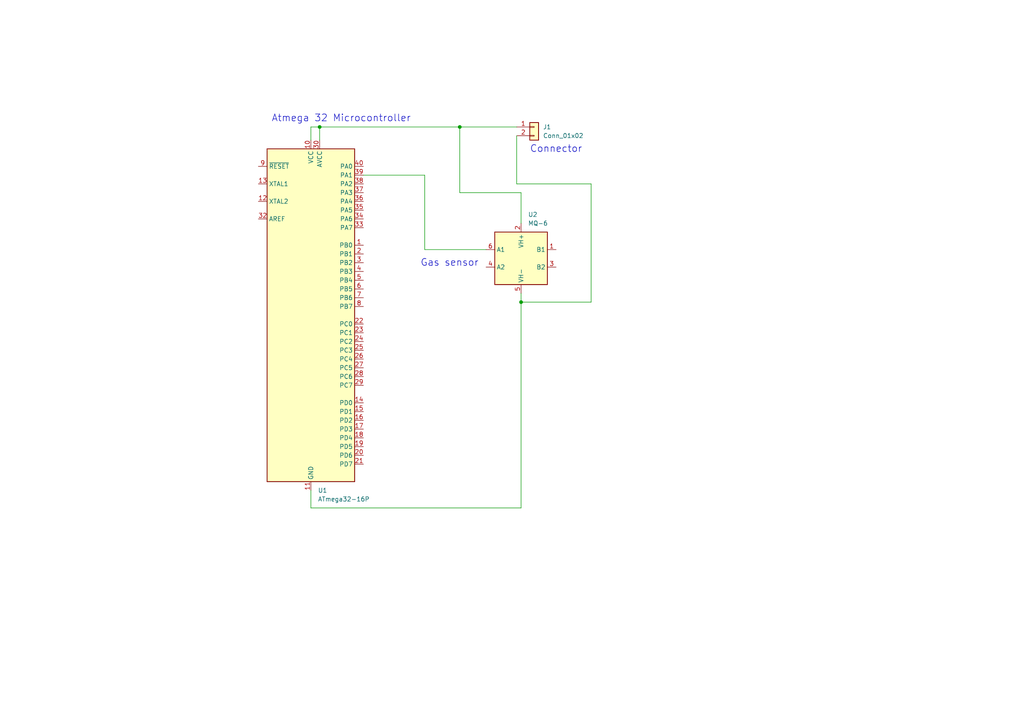
<source format=kicad_sch>
(kicad_sch (version 20211123) (generator eeschema)

  (uuid a4129081-0a68-4f6a-8330-10d6fb926e41)

  (paper "A4")

  (title_block
    (title "Gas sensor")
  )

  (lib_symbols
    (symbol "Connector_Generic:Conn_01x02" (pin_names (offset 1.016) hide) (in_bom yes) (on_board yes)
      (property "Reference" "J" (id 0) (at 0 2.54 0)
        (effects (font (size 1.27 1.27)))
      )
      (property "Value" "Conn_01x02" (id 1) (at 0 -5.08 0)
        (effects (font (size 1.27 1.27)))
      )
      (property "Footprint" "" (id 2) (at 0 0 0)
        (effects (font (size 1.27 1.27)) hide)
      )
      (property "Datasheet" "~" (id 3) (at 0 0 0)
        (effects (font (size 1.27 1.27)) hide)
      )
      (property "ki_keywords" "connector" (id 4) (at 0 0 0)
        (effects (font (size 1.27 1.27)) hide)
      )
      (property "ki_description" "Generic connector, single row, 01x02, script generated (kicad-library-utils/schlib/autogen/connector/)" (id 5) (at 0 0 0)
        (effects (font (size 1.27 1.27)) hide)
      )
      (property "ki_fp_filters" "Connector*:*_1x??_*" (id 6) (at 0 0 0)
        (effects (font (size 1.27 1.27)) hide)
      )
      (symbol "Conn_01x02_1_1"
        (rectangle (start -1.27 -2.413) (end 0 -2.667)
          (stroke (width 0.1524) (type default) (color 0 0 0 0))
          (fill (type none))
        )
        (rectangle (start -1.27 0.127) (end 0 -0.127)
          (stroke (width 0.1524) (type default) (color 0 0 0 0))
          (fill (type none))
        )
        (rectangle (start -1.27 1.27) (end 1.27 -3.81)
          (stroke (width 0.254) (type default) (color 0 0 0 0))
          (fill (type background))
        )
        (pin passive line (at -5.08 0 0) (length 3.81)
          (name "Pin_1" (effects (font (size 1.27 1.27))))
          (number "1" (effects (font (size 1.27 1.27))))
        )
        (pin passive line (at -5.08 -2.54 0) (length 3.81)
          (name "Pin_2" (effects (font (size 1.27 1.27))))
          (number "2" (effects (font (size 1.27 1.27))))
        )
      )
    )
    (symbol "MCU_Microchip_ATmega:ATmega32-16P" (in_bom yes) (on_board yes)
      (property "Reference" "U" (id 0) (at -12.7 49.53 0)
        (effects (font (size 1.27 1.27)) (justify left bottom))
      )
      (property "Value" "ATmega32-16P" (id 1) (at 2.54 -49.53 0)
        (effects (font (size 1.27 1.27)) (justify left top))
      )
      (property "Footprint" "Package_DIP:DIP-40_W15.24mm" (id 2) (at 0 0 0)
        (effects (font (size 1.27 1.27) italic) hide)
      )
      (property "Datasheet" "http://ww1.microchip.com/downloads/en/DeviceDoc/doc2503.pdf" (id 3) (at 0 0 0)
        (effects (font (size 1.27 1.27)) hide)
      )
      (property "ki_keywords" "AVR 8bit Microcontroller MegaAVR" (id 4) (at 0 0 0)
        (effects (font (size 1.27 1.27)) hide)
      )
      (property "ki_description" "16MHz, 32kB Flash, 2kB SRAM, 1kB EEPROM, JTAG, DIP-40" (id 5) (at 0 0 0)
        (effects (font (size 1.27 1.27)) hide)
      )
      (property "ki_fp_filters" "DIP*W15.24mm*" (id 6) (at 0 0 0)
        (effects (font (size 1.27 1.27)) hide)
      )
      (symbol "ATmega32-16P_0_1"
        (rectangle (start -12.7 -48.26) (end 12.7 48.26)
          (stroke (width 0.254) (type default) (color 0 0 0 0))
          (fill (type background))
        )
      )
      (symbol "ATmega32-16P_1_1"
        (pin bidirectional line (at 15.24 20.32 180) (length 2.54)
          (name "PB0" (effects (font (size 1.27 1.27))))
          (number "1" (effects (font (size 1.27 1.27))))
        )
        (pin power_in line (at 0 50.8 270) (length 2.54)
          (name "VCC" (effects (font (size 1.27 1.27))))
          (number "10" (effects (font (size 1.27 1.27))))
        )
        (pin power_in line (at 0 -50.8 90) (length 2.54)
          (name "GND" (effects (font (size 1.27 1.27))))
          (number "11" (effects (font (size 1.27 1.27))))
        )
        (pin output line (at -15.24 33.02 0) (length 2.54)
          (name "XTAL2" (effects (font (size 1.27 1.27))))
          (number "12" (effects (font (size 1.27 1.27))))
        )
        (pin input line (at -15.24 38.1 0) (length 2.54)
          (name "XTAL1" (effects (font (size 1.27 1.27))))
          (number "13" (effects (font (size 1.27 1.27))))
        )
        (pin bidirectional line (at 15.24 -25.4 180) (length 2.54)
          (name "PD0" (effects (font (size 1.27 1.27))))
          (number "14" (effects (font (size 1.27 1.27))))
        )
        (pin bidirectional line (at 15.24 -27.94 180) (length 2.54)
          (name "PD1" (effects (font (size 1.27 1.27))))
          (number "15" (effects (font (size 1.27 1.27))))
        )
        (pin bidirectional line (at 15.24 -30.48 180) (length 2.54)
          (name "PD2" (effects (font (size 1.27 1.27))))
          (number "16" (effects (font (size 1.27 1.27))))
        )
        (pin bidirectional line (at 15.24 -33.02 180) (length 2.54)
          (name "PD3" (effects (font (size 1.27 1.27))))
          (number "17" (effects (font (size 1.27 1.27))))
        )
        (pin bidirectional line (at 15.24 -35.56 180) (length 2.54)
          (name "PD4" (effects (font (size 1.27 1.27))))
          (number "18" (effects (font (size 1.27 1.27))))
        )
        (pin bidirectional line (at 15.24 -38.1 180) (length 2.54)
          (name "PD5" (effects (font (size 1.27 1.27))))
          (number "19" (effects (font (size 1.27 1.27))))
        )
        (pin bidirectional line (at 15.24 17.78 180) (length 2.54)
          (name "PB1" (effects (font (size 1.27 1.27))))
          (number "2" (effects (font (size 1.27 1.27))))
        )
        (pin bidirectional line (at 15.24 -40.64 180) (length 2.54)
          (name "PD6" (effects (font (size 1.27 1.27))))
          (number "20" (effects (font (size 1.27 1.27))))
        )
        (pin bidirectional line (at 15.24 -43.18 180) (length 2.54)
          (name "PD7" (effects (font (size 1.27 1.27))))
          (number "21" (effects (font (size 1.27 1.27))))
        )
        (pin bidirectional line (at 15.24 -2.54 180) (length 2.54)
          (name "PC0" (effects (font (size 1.27 1.27))))
          (number "22" (effects (font (size 1.27 1.27))))
        )
        (pin bidirectional line (at 15.24 -5.08 180) (length 2.54)
          (name "PC1" (effects (font (size 1.27 1.27))))
          (number "23" (effects (font (size 1.27 1.27))))
        )
        (pin bidirectional line (at 15.24 -7.62 180) (length 2.54)
          (name "PC2" (effects (font (size 1.27 1.27))))
          (number "24" (effects (font (size 1.27 1.27))))
        )
        (pin bidirectional line (at 15.24 -10.16 180) (length 2.54)
          (name "PC3" (effects (font (size 1.27 1.27))))
          (number "25" (effects (font (size 1.27 1.27))))
        )
        (pin bidirectional line (at 15.24 -12.7 180) (length 2.54)
          (name "PC4" (effects (font (size 1.27 1.27))))
          (number "26" (effects (font (size 1.27 1.27))))
        )
        (pin bidirectional line (at 15.24 -15.24 180) (length 2.54)
          (name "PC5" (effects (font (size 1.27 1.27))))
          (number "27" (effects (font (size 1.27 1.27))))
        )
        (pin bidirectional line (at 15.24 -17.78 180) (length 2.54)
          (name "PC6" (effects (font (size 1.27 1.27))))
          (number "28" (effects (font (size 1.27 1.27))))
        )
        (pin bidirectional line (at 15.24 -20.32 180) (length 2.54)
          (name "PC7" (effects (font (size 1.27 1.27))))
          (number "29" (effects (font (size 1.27 1.27))))
        )
        (pin bidirectional line (at 15.24 15.24 180) (length 2.54)
          (name "PB2" (effects (font (size 1.27 1.27))))
          (number "3" (effects (font (size 1.27 1.27))))
        )
        (pin power_in line (at 2.54 50.8 270) (length 2.54)
          (name "AVCC" (effects (font (size 1.27 1.27))))
          (number "30" (effects (font (size 1.27 1.27))))
        )
        (pin passive line (at 0 -50.8 90) (length 2.54) hide
          (name "GND" (effects (font (size 1.27 1.27))))
          (number "31" (effects (font (size 1.27 1.27))))
        )
        (pin passive line (at -15.24 27.94 0) (length 2.54)
          (name "AREF" (effects (font (size 1.27 1.27))))
          (number "32" (effects (font (size 1.27 1.27))))
        )
        (pin bidirectional line (at 15.24 25.4 180) (length 2.54)
          (name "PA7" (effects (font (size 1.27 1.27))))
          (number "33" (effects (font (size 1.27 1.27))))
        )
        (pin bidirectional line (at 15.24 27.94 180) (length 2.54)
          (name "PA6" (effects (font (size 1.27 1.27))))
          (number "34" (effects (font (size 1.27 1.27))))
        )
        (pin bidirectional line (at 15.24 30.48 180) (length 2.54)
          (name "PA5" (effects (font (size 1.27 1.27))))
          (number "35" (effects (font (size 1.27 1.27))))
        )
        (pin bidirectional line (at 15.24 33.02 180) (length 2.54)
          (name "PA4" (effects (font (size 1.27 1.27))))
          (number "36" (effects (font (size 1.27 1.27))))
        )
        (pin bidirectional line (at 15.24 35.56 180) (length 2.54)
          (name "PA3" (effects (font (size 1.27 1.27))))
          (number "37" (effects (font (size 1.27 1.27))))
        )
        (pin bidirectional line (at 15.24 38.1 180) (length 2.54)
          (name "PA2" (effects (font (size 1.27 1.27))))
          (number "38" (effects (font (size 1.27 1.27))))
        )
        (pin bidirectional line (at 15.24 40.64 180) (length 2.54)
          (name "PA1" (effects (font (size 1.27 1.27))))
          (number "39" (effects (font (size 1.27 1.27))))
        )
        (pin bidirectional line (at 15.24 12.7 180) (length 2.54)
          (name "PB3" (effects (font (size 1.27 1.27))))
          (number "4" (effects (font (size 1.27 1.27))))
        )
        (pin bidirectional line (at 15.24 43.18 180) (length 2.54)
          (name "PA0" (effects (font (size 1.27 1.27))))
          (number "40" (effects (font (size 1.27 1.27))))
        )
        (pin bidirectional line (at 15.24 10.16 180) (length 2.54)
          (name "PB4" (effects (font (size 1.27 1.27))))
          (number "5" (effects (font (size 1.27 1.27))))
        )
        (pin bidirectional line (at 15.24 7.62 180) (length 2.54)
          (name "PB5" (effects (font (size 1.27 1.27))))
          (number "6" (effects (font (size 1.27 1.27))))
        )
        (pin bidirectional line (at 15.24 5.08 180) (length 2.54)
          (name "PB6" (effects (font (size 1.27 1.27))))
          (number "7" (effects (font (size 1.27 1.27))))
        )
        (pin bidirectional line (at 15.24 2.54 180) (length 2.54)
          (name "PB7" (effects (font (size 1.27 1.27))))
          (number "8" (effects (font (size 1.27 1.27))))
        )
        (pin input line (at -15.24 43.18 0) (length 2.54)
          (name "~{RESET}" (effects (font (size 1.27 1.27))))
          (number "9" (effects (font (size 1.27 1.27))))
        )
      )
    )
    (symbol "Sensor_Gas:MQ-6" (in_bom yes) (on_board yes)
      (property "Reference" "U" (id 0) (at -6.35 8.89 0)
        (effects (font (size 1.27 1.27)))
      )
      (property "Value" "MQ-6" (id 1) (at 3.81 8.89 0)
        (effects (font (size 1.27 1.27)))
      )
      (property "Footprint" "Sensor:MQ-6" (id 2) (at 1.27 -11.43 0)
        (effects (font (size 1.27 1.27)) hide)
      )
      (property "Datasheet" "https://www.winsen-sensor.com/d/files/semiconductor/mq-6.pdf" (id 3) (at 0 6.35 0)
        (effects (font (size 1.27 1.27)) hide)
      )
      (property "ki_keywords" "flammable gas sensor LPG" (id 4) (at 0 0 0)
        (effects (font (size 1.27 1.27)) hide)
      )
      (property "ki_description" "Semiconductor Sensor for Flammable Gas" (id 5) (at 0 0 0)
        (effects (font (size 1.27 1.27)) hide)
      )
      (property "ki_fp_filters" "*MQ*6*" (id 6) (at 0 0 0)
        (effects (font (size 1.27 1.27)) hide)
      )
      (symbol "MQ-6_0_1"
        (rectangle (start -7.62 7.62) (end 7.62 -7.62)
          (stroke (width 0.254) (type default) (color 0 0 0 0))
          (fill (type background))
        )
      )
      (symbol "MQ-6_1_1"
        (pin passive line (at 10.16 2.54 180) (length 2.54)
          (name "B1" (effects (font (size 1.27 1.27))))
          (number "1" (effects (font (size 1.27 1.27))))
        )
        (pin power_in line (at 0 10.16 270) (length 2.54)
          (name "VH+" (effects (font (size 1.27 1.27))))
          (number "2" (effects (font (size 1.27 1.27))))
        )
        (pin passive line (at 10.16 -2.54 180) (length 2.54)
          (name "B2" (effects (font (size 1.27 1.27))))
          (number "3" (effects (font (size 1.27 1.27))))
        )
        (pin passive line (at -10.16 -2.54 0) (length 2.54)
          (name "A2" (effects (font (size 1.27 1.27))))
          (number "4" (effects (font (size 1.27 1.27))))
        )
        (pin power_in line (at 0 -10.16 90) (length 2.54)
          (name "VH-" (effects (font (size 1.27 1.27))))
          (number "5" (effects (font (size 1.27 1.27))))
        )
        (pin passive line (at -10.16 2.54 0) (length 2.54)
          (name "A1" (effects (font (size 1.27 1.27))))
          (number "6" (effects (font (size 1.27 1.27))))
        )
      )
    )
  )

  (junction (at 133.35 36.83) (diameter 0) (color 0 0 0 0)
    (uuid 191debc5-934b-4c72-b0d4-e3bdb9a27aba)
  )
  (junction (at 151.13 87.63) (diameter 0) (color 0 0 0 0)
    (uuid 26b732fe-9de6-4e5d-a98b-9de0486eb39e)
  )
  (junction (at 92.71 36.83) (diameter 0) (color 0 0 0 0)
    (uuid 660b2543-4270-4449-a104-af084bcd9ce9)
  )

  (wire (pts (xy 149.86 53.34) (xy 171.45 53.34))
    (stroke (width 0) (type default) (color 0 0 0 0))
    (uuid 05df709e-03f2-4e62-8aeb-f214ec7b00e9)
  )
  (wire (pts (xy 90.17 147.32) (xy 90.17 142.24))
    (stroke (width 0) (type default) (color 0 0 0 0))
    (uuid 1052ab66-b4ef-43f5-a93d-5886c132376c)
  )
  (wire (pts (xy 133.35 36.83) (xy 133.35 55.88))
    (stroke (width 0) (type default) (color 0 0 0 0))
    (uuid 271debd5-cfce-4b6d-94af-f837c77a3d6b)
  )
  (wire (pts (xy 90.17 36.83) (xy 90.17 40.64))
    (stroke (width 0) (type default) (color 0 0 0 0))
    (uuid 2808711d-347e-4885-be20-9386dd81ea0f)
  )
  (wire (pts (xy 151.13 147.32) (xy 90.17 147.32))
    (stroke (width 0) (type default) (color 0 0 0 0))
    (uuid 4efa42e6-7691-4926-858d-8ff27bbbdb62)
  )
  (wire (pts (xy 149.86 39.37) (xy 149.86 53.34))
    (stroke (width 0) (type default) (color 0 0 0 0))
    (uuid 4fff09dc-2205-427c-a587-fb76837cfb75)
  )
  (wire (pts (xy 149.86 36.83) (xy 133.35 36.83))
    (stroke (width 0) (type default) (color 0 0 0 0))
    (uuid 5402aaa1-798e-4494-9c27-0b458aacafef)
  )
  (wire (pts (xy 92.71 36.83) (xy 90.17 36.83))
    (stroke (width 0) (type default) (color 0 0 0 0))
    (uuid 7ba8f6ac-5abf-469a-b0c3-3068197cd719)
  )
  (wire (pts (xy 92.71 36.83) (xy 92.71 40.64))
    (stroke (width 0) (type default) (color 0 0 0 0))
    (uuid 94e5aa5d-5ba5-4b9e-8023-cb6ceba9057f)
  )
  (wire (pts (xy 133.35 36.83) (xy 92.71 36.83))
    (stroke (width 0) (type default) (color 0 0 0 0))
    (uuid 96ae643d-841e-4181-b5ec-aea1d2c7ebeb)
  )
  (wire (pts (xy 151.13 87.63) (xy 151.13 147.32))
    (stroke (width 0) (type default) (color 0 0 0 0))
    (uuid 9c1db02d-bb0d-4dae-a416-235dab5c7a97)
  )
  (wire (pts (xy 133.35 55.88) (xy 151.13 55.88))
    (stroke (width 0) (type default) (color 0 0 0 0))
    (uuid 9ebbe320-d010-42ed-83b8-fe4196a83478)
  )
  (wire (pts (xy 171.45 87.63) (xy 151.13 87.63))
    (stroke (width 0) (type default) (color 0 0 0 0))
    (uuid a73f9e3e-1f70-4fa4-afc1-df0bd94c1bfa)
  )
  (wire (pts (xy 151.13 85.09) (xy 151.13 87.63))
    (stroke (width 0) (type default) (color 0 0 0 0))
    (uuid aad1f759-d60a-4eda-9f1a-e49ba106d426)
  )
  (wire (pts (xy 123.19 50.8) (xy 105.41 50.8))
    (stroke (width 0) (type default) (color 0 0 0 0))
    (uuid b73bcc42-6fed-4e43-918c-37d30ac31e4b)
  )
  (wire (pts (xy 171.45 53.34) (xy 171.45 87.63))
    (stroke (width 0) (type default) (color 0 0 0 0))
    (uuid be248755-e278-4097-8263-9f5561eed888)
  )
  (wire (pts (xy 151.13 55.88) (xy 151.13 64.77))
    (stroke (width 0) (type default) (color 0 0 0 0))
    (uuid be61b17b-c2e5-4da1-b6f7-e7b4ce67ea36)
  )
  (wire (pts (xy 123.19 72.39) (xy 123.19 50.8))
    (stroke (width 0) (type default) (color 0 0 0 0))
    (uuid cbdc5ab6-0acc-42d0-9e8a-932fd0c2c666)
  )
  (wire (pts (xy 140.97 72.39) (xy 123.19 72.39))
    (stroke (width 0) (type default) (color 0 0 0 0))
    (uuid e5706133-3443-4d3f-8578-947c6bfee6c0)
  )

  (text "Gas sensor" (at 121.92 77.47 0)
    (effects (font (size 2 2)) (justify left bottom))
    (uuid 8b6b5479-a0ee-4276-ba6c-823ad5d6d6f4)
  )
  (text "Atmega 32 Microcontroller" (at 78.74 35.56 0)
    (effects (font (size 2 2)) (justify left bottom))
    (uuid b46f8779-7dc1-43bf-8a95-405be31eb786)
  )
  (text "Connector" (at 153.67 44.45 0)
    (effects (font (size 2 2)) (justify left bottom))
    (uuid c0d6128b-3797-4689-bf76-7a57d7de422b)
  )

  (symbol (lib_id "Connector_Generic:Conn_01x02") (at 154.94 36.83 0) (unit 1)
    (in_bom yes) (on_board yes) (fields_autoplaced)
    (uuid 936dcc8d-0103-4d4f-9a5d-c386f7fe79ce)
    (property "Reference" "J1" (id 0) (at 157.48 36.8299 0)
      (effects (font (size 1.27 1.27)) (justify left))
    )
    (property "Value" "Conn_01x02" (id 1) (at 157.48 39.3699 0)
      (effects (font (size 1.27 1.27)) (justify left))
    )
    (property "Footprint" "Connector_PinHeader_2.54mm:PinHeader_1x03_P2.54mm_Vertical" (id 2) (at 154.94 36.83 0)
      (effects (font (size 1.27 1.27)) hide)
    )
    (property "Datasheet" "~" (id 3) (at 154.94 36.83 0)
      (effects (font (size 1.27 1.27)) hide)
    )
    (pin "1" (uuid e61c8640-9a96-4729-a83d-e3e983921ef7))
    (pin "2" (uuid 3f3c7726-3756-43c6-994e-5b6b015c1053))
  )

  (symbol (lib_id "MCU_Microchip_ATmega:ATmega32-16P") (at 90.17 91.44 0) (unit 1)
    (in_bom yes) (on_board yes) (fields_autoplaced)
    (uuid 9e1d4335-9160-4303-ab3a-fca9c4d83461)
    (property "Reference" "U1" (id 0) (at 92.1894 142.24 0)
      (effects (font (size 1.27 1.27)) (justify left))
    )
    (property "Value" "ATmega32-16P" (id 1) (at 92.1894 144.78 0)
      (effects (font (size 1.27 1.27)) (justify left))
    )
    (property "Footprint" "Package_DIP:DIP-40_W15.24mm" (id 2) (at 90.17 91.44 0)
      (effects (font (size 1.27 1.27) italic) hide)
    )
    (property "Datasheet" "http://ww1.microchip.com/downloads/en/DeviceDoc/doc2503.pdf" (id 3) (at 90.17 91.44 0)
      (effects (font (size 1.27 1.27)) hide)
    )
    (pin "1" (uuid c5d53c6b-57ef-4bc1-af6a-a0d71a45b26a))
    (pin "10" (uuid 8a2f1612-f69d-409c-a81c-86f7b8e0ce06))
    (pin "11" (uuid 7653dd10-1bc3-49a3-8a91-32db4d12fdd8))
    (pin "12" (uuid 0aeb08cf-a2f3-4088-994d-8740e8e258d9))
    (pin "13" (uuid 6d06861c-a044-4bc6-a20d-032fbaa39466))
    (pin "14" (uuid db6512b3-5fde-4bd4-bd08-6a6a3b4bed75))
    (pin "15" (uuid 361d3cd9-c10b-4a2c-9d16-41a122b9df9c))
    (pin "16" (uuid b143aa8d-e799-422c-8052-aa5716630f2b))
    (pin "17" (uuid c4c89eb2-5408-49e5-a4a5-1734ed7d986c))
    (pin "18" (uuid 84177001-90a3-42f7-b82c-23a068d43d99))
    (pin "19" (uuid 8409bf60-bafd-4605-9a33-f89333dc7204))
    (pin "2" (uuid a9173787-b4a8-4335-a605-e90717367cd7))
    (pin "20" (uuid 32a2dfbe-2ded-4e54-9b10-42da27f11516))
    (pin "21" (uuid 832ee962-5dc6-49df-acc4-4087ec2c3ad8))
    (pin "22" (uuid 6ff5f246-7bfe-42cf-abe2-ea18aefa1b78))
    (pin "23" (uuid 66e9cec8-2d8f-4548-89ed-db66a1d08682))
    (pin "24" (uuid d96d0a80-42e0-4498-93f1-c8954a894781))
    (pin "25" (uuid b2f4df24-e9a6-4cfe-b0b3-b898163d57d1))
    (pin "26" (uuid d262afec-200d-4c55-8963-778f1a7658c2))
    (pin "27" (uuid 2e1a4598-785a-4ae9-ab54-195da61c9670))
    (pin "28" (uuid f01794f6-4207-41fa-811e-744f6d6c6c6b))
    (pin "29" (uuid 4245dbe7-3d59-415f-8dfd-2176906ac191))
    (pin "3" (uuid 9677ce45-7315-41bb-8604-4a2545462194))
    (pin "30" (uuid b0880f15-b746-4f07-90ff-7f076e9b21f1))
    (pin "31" (uuid 141b2eab-2777-4137-bf0c-612ce4e26876))
    (pin "32" (uuid 32facc62-3ea9-41ec-957a-29ed0a132872))
    (pin "33" (uuid 6795dedf-e269-4c01-b51c-5722fc2d16dd))
    (pin "34" (uuid 173803b3-9d94-44b7-80e9-92598e1347c3))
    (pin "35" (uuid 2d249ff3-74b3-4a80-8937-644ec27d361a))
    (pin "36" (uuid eb6fd906-7a7c-46b3-8821-4eb372aa7510))
    (pin "37" (uuid e9e84540-4313-45ae-b848-4dc56cdf039c))
    (pin "38" (uuid 96b8aa32-7d23-4028-9c84-5a05592a9ce9))
    (pin "39" (uuid 4de244e1-911e-485c-8984-9802e0549aef))
    (pin "4" (uuid f5aa7528-7a18-4495-af01-26180e210f6d))
    (pin "40" (uuid 4c508eea-39b1-42e2-8b4c-9479a84428f8))
    (pin "5" (uuid 8405ec9f-e60b-43d2-ada7-60d98f7f3b9b))
    (pin "6" (uuid 9d6c7e10-e087-48eb-882b-1a1682b6d0cd))
    (pin "7" (uuid b6091471-6824-424e-ba76-e6c4af7bbc73))
    (pin "8" (uuid 895fd3d9-1d5c-4220-beb5-6d3bb3d727f7))
    (pin "9" (uuid 397e4015-147a-4db2-a063-f38db0da2784))
  )

  (symbol (lib_id "Sensor_Gas:MQ-6") (at 151.13 74.93 0) (unit 1)
    (in_bom yes) (on_board yes) (fields_autoplaced)
    (uuid c7b92fe9-d5c9-4d99-9ca4-893dfabcf598)
    (property "Reference" "U2" (id 0) (at 153.1494 62.23 0)
      (effects (font (size 1.27 1.27)) (justify left))
    )
    (property "Value" "MQ-6" (id 1) (at 153.1494 64.77 0)
      (effects (font (size 1.27 1.27)) (justify left))
    )
    (property "Footprint" "Sensor:MQ-6" (id 2) (at 152.4 86.36 0)
      (effects (font (size 1.27 1.27)) hide)
    )
    (property "Datasheet" "https://www.winsen-sensor.com/d/files/semiconductor/mq-6.pdf" (id 3) (at 151.13 68.58 0)
      (effects (font (size 1.27 1.27)) hide)
    )
    (pin "1" (uuid 4f4b500d-7d82-4896-bd2a-5376c7fac843))
    (pin "2" (uuid ed6e0cb0-f159-408c-b436-c3e2a272172e))
    (pin "3" (uuid ee2437f5-e6d5-40f0-8a2b-4673a43b2134))
    (pin "4" (uuid 30fde53b-b270-430e-bbb9-68056fbb9c99))
    (pin "5" (uuid 52bf694e-3a1b-4b09-b7df-554b73c3f061))
    (pin "6" (uuid 124eebf2-659d-44cd-aaed-90e2f739240d))
  )

  (sheet_instances
    (path "/" (page "1"))
  )

  (symbol_instances
    (path "/936dcc8d-0103-4d4f-9a5d-c386f7fe79ce"
      (reference "J1") (unit 1) (value "Conn_01x02") (footprint "Connector_PinHeader_2.54mm:PinHeader_1x03_P2.54mm_Vertical")
    )
    (path "/9e1d4335-9160-4303-ab3a-fca9c4d83461"
      (reference "U1") (unit 1) (value "ATmega32-16P") (footprint "Package_DIP:DIP-40_W15.24mm")
    )
    (path "/c7b92fe9-d5c9-4d99-9ca4-893dfabcf598"
      (reference "U2") (unit 1) (value "MQ-6") (footprint "Sensor:MQ-6")
    )
  )
)

</source>
